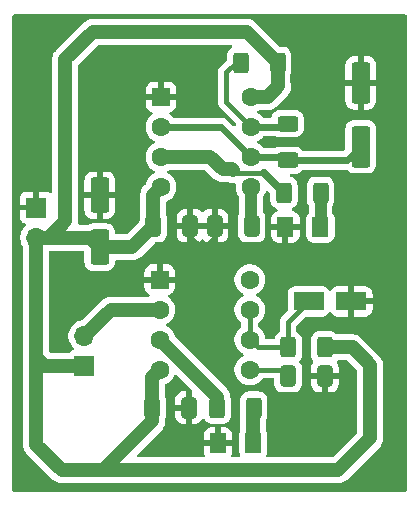
<source format=gbr>
%TF.GenerationSoftware,KiCad,Pcbnew,9.0.5*%
%TF.CreationDate,2025-11-22T01:39:54+01:00*%
%TF.ProjectId,AstableMonostable_NE555,41737461-626c-4654-9d6f-6e6f73746162,rev?*%
%TF.SameCoordinates,PX57a4860PY69925e0*%
%TF.FileFunction,Copper,L1,Top*%
%TF.FilePolarity,Positive*%
%FSLAX46Y46*%
G04 Gerber Fmt 4.6, Leading zero omitted, Abs format (unit mm)*
G04 Created by KiCad (PCBNEW 9.0.5) date 2025-11-22 01:39:54*
%MOMM*%
%LPD*%
G01*
G04 APERTURE LIST*
G04 Aperture macros list*
%AMRoundRect*
0 Rectangle with rounded corners*
0 $1 Rounding radius*
0 $2 $3 $4 $5 $6 $7 $8 $9 X,Y pos of 4 corners*
0 Add a 4 corners polygon primitive as box body*
4,1,4,$2,$3,$4,$5,$6,$7,$8,$9,$2,$3,0*
0 Add four circle primitives for the rounded corners*
1,1,$1+$1,$2,$3*
1,1,$1+$1,$4,$5*
1,1,$1+$1,$6,$7*
1,1,$1+$1,$8,$9*
0 Add four rect primitives between the rounded corners*
20,1,$1+$1,$2,$3,$4,$5,0*
20,1,$1+$1,$4,$5,$6,$7,0*
20,1,$1+$1,$6,$7,$8,$9,0*
20,1,$1+$1,$8,$9,$2,$3,0*%
G04 Aperture macros list end*
%TA.AperFunction,SMDPad,CuDef*%
%ADD10RoundRect,0.250000X-0.400000X-0.625000X0.400000X-0.625000X0.400000X0.625000X-0.400000X0.625000X0*%
%TD*%
%TA.AperFunction,ComponentPad*%
%ADD11R,1.700000X1.700000*%
%TD*%
%TA.AperFunction,ComponentPad*%
%ADD12O,1.700000X1.700000*%
%TD*%
%TA.AperFunction,SMDPad,CuDef*%
%ADD13RoundRect,0.250000X-1.050000X-0.550000X1.050000X-0.550000X1.050000X0.550000X-1.050000X0.550000X0*%
%TD*%
%TA.AperFunction,ComponentPad*%
%ADD14RoundRect,0.250000X-0.550000X-0.550000X0.550000X-0.550000X0.550000X0.550000X-0.550000X0.550000X0*%
%TD*%
%TA.AperFunction,ComponentPad*%
%ADD15C,1.600000*%
%TD*%
%TA.AperFunction,SMDPad,CuDef*%
%ADD16RoundRect,0.250000X0.412500X0.650000X-0.412500X0.650000X-0.412500X-0.650000X0.412500X-0.650000X0*%
%TD*%
%TA.AperFunction,SMDPad,CuDef*%
%ADD17RoundRect,0.250000X-0.412500X-0.650000X0.412500X-0.650000X0.412500X0.650000X-0.412500X0.650000X0*%
%TD*%
%TA.AperFunction,SMDPad,CuDef*%
%ADD18RoundRect,0.250001X-0.462499X-0.624999X0.462499X-0.624999X0.462499X0.624999X-0.462499X0.624999X0*%
%TD*%
%TA.AperFunction,SMDPad,CuDef*%
%ADD19RoundRect,0.250000X0.550000X-1.250000X0.550000X1.250000X-0.550000X1.250000X-0.550000X-1.250000X0*%
%TD*%
%TA.AperFunction,SMDPad,CuDef*%
%ADD20RoundRect,0.250000X0.550000X-1.500000X0.550000X1.500000X-0.550000X1.500000X-0.550000X-1.500000X0*%
%TD*%
%TA.AperFunction,SMDPad,CuDef*%
%ADD21RoundRect,0.250000X0.625000X-0.400000X0.625000X0.400000X-0.625000X0.400000X-0.625000X-0.400000X0*%
%TD*%
%TA.AperFunction,ViaPad*%
%ADD22C,0.600000*%
%TD*%
%TA.AperFunction,Conductor*%
%ADD23C,1.200000*%
%TD*%
%TA.AperFunction,Conductor*%
%ADD24C,0.400000*%
%TD*%
%TA.AperFunction,Conductor*%
%ADD25C,1.000000*%
%TD*%
%TA.AperFunction,Conductor*%
%ADD26C,0.600000*%
%TD*%
%TA.AperFunction,Conductor*%
%ADD27C,0.700000*%
%TD*%
G04 APERTURE END LIST*
D10*
%TO.P,R5,1*%
%TO.N,Net-(U2-DIS)*%
X23850000Y12700000D03*
%TO.P,R5,2*%
%TO.N,+5V*%
X26950000Y12700000D03*
%TD*%
D11*
%TO.P,J2,1,Pin_1*%
%TO.N,+5V*%
X6600000Y11125000D03*
D12*
%TO.P,J2,2,Pin_2*%
%TO.N,Net-(J2-Pin_2)*%
X6600000Y13665000D03*
%TD*%
D13*
%TO.P,C6,1*%
%TO.N,Net-(U2-DIS)*%
X25600000Y16600000D03*
%TO.P,C6,2*%
%TO.N,GND*%
X29200000Y16600000D03*
%TD*%
D14*
%TO.P,U2,1,GND*%
%TO.N,GND*%
X12980000Y18440000D03*
D15*
%TO.P,U2,2,TR*%
%TO.N,Net-(J2-Pin_2)*%
X12980000Y15900000D03*
%TO.P,U2,3,Q*%
%TO.N,Net-(U2-Q)*%
X12980000Y13360000D03*
%TO.P,U2,4,R*%
%TO.N,+5V*%
X12980000Y10820000D03*
%TO.P,U2,5,CV*%
%TO.N,Net-(U2-CV)*%
X20600000Y10820000D03*
%TO.P,U2,6,THR*%
%TO.N,Net-(U2-DIS)*%
X20600000Y13360000D03*
%TO.P,U2,7,DIS*%
X20600000Y15900000D03*
%TO.P,U2,8,VCC*%
%TO.N,+5V*%
X20600000Y18440000D03*
%TD*%
D14*
%TO.P,U1,1,GND*%
%TO.N,GND*%
X13090000Y33910000D03*
D15*
%TO.P,U1,2,TR*%
%TO.N,Net-(U1-THR)*%
X13090000Y31370000D03*
%TO.P,U1,3,Q*%
%TO.N,Net-(U1-Q)*%
X13090000Y28830000D03*
%TO.P,U1,4,R*%
%TO.N,+5V*%
X13090000Y26290000D03*
%TO.P,U1,5,CV*%
%TO.N,Net-(U1-CV)*%
X20710000Y26290000D03*
%TO.P,U1,6,THR*%
%TO.N,Net-(U1-THR)*%
X20710000Y28830000D03*
%TO.P,U1,7,DIS*%
%TO.N,Net-(U1-DIS)*%
X20710000Y31370000D03*
%TO.P,U1,8,VCC*%
%TO.N,+5V*%
X20710000Y33910000D03*
%TD*%
D16*
%TO.P,C5,1*%
%TO.N,Net-(U1-CV)*%
X20762500Y23000000D03*
%TO.P,C5,2*%
%TO.N,GND*%
X17637500Y23000000D03*
%TD*%
D17*
%TO.P,C7,1*%
%TO.N,Net-(U2-CV)*%
X23837500Y10300000D03*
%TO.P,C7,2*%
%TO.N,GND*%
X26962500Y10300000D03*
%TD*%
D18*
%TO.P,D1,1,K*%
%TO.N,GND*%
X23612500Y22900000D03*
%TO.P,D1,2,A*%
%TO.N,Net-(D1-A)*%
X26587500Y22900000D03*
%TD*%
D10*
%TO.P,R4,1*%
%TO.N,Net-(U2-Q)*%
X17850000Y7600000D03*
%TO.P,R4,2*%
%TO.N,Net-(D2-A)*%
X20950000Y7600000D03*
%TD*%
D11*
%TO.P,J1,1,Pin_1*%
%TO.N,GND*%
X2525000Y24550000D03*
D12*
%TO.P,J1,2,Pin_2*%
%TO.N,+5V*%
X2525000Y22010000D03*
%TD*%
D10*
%TO.P,R3,1*%
%TO.N,Net-(U1-Q)*%
X23500000Y25800000D03*
%TO.P,R3,2*%
%TO.N,Net-(D1-A)*%
X26600000Y25800000D03*
%TD*%
D19*
%TO.P,C1,1*%
%TO.N,+5V*%
X7900000Y21200000D03*
%TO.P,C1,2*%
%TO.N,GND*%
X7900000Y25600000D03*
%TD*%
D18*
%TO.P,D2,1,K*%
%TO.N,GND*%
X17912500Y4600000D03*
%TO.P,D2,2,A*%
%TO.N,Net-(D2-A)*%
X20887500Y4600000D03*
%TD*%
D17*
%TO.P,C2,1*%
%TO.N,+5V*%
X12437500Y23000000D03*
%TO.P,C2,2*%
%TO.N,GND*%
X15562500Y23000000D03*
%TD*%
D20*
%TO.P,C4,1*%
%TO.N,Net-(U1-THR)*%
X30000000Y29700000D03*
%TO.P,C4,2*%
%TO.N,GND*%
X30000000Y35100000D03*
%TD*%
D21*
%TO.P,R2,1*%
%TO.N,Net-(U1-THR)*%
X23800000Y28550000D03*
%TO.P,R2,2*%
%TO.N,Net-(U1-DIS)*%
X23800000Y31650000D03*
%TD*%
D10*
%TO.P,R1,1*%
%TO.N,Net-(U1-DIS)*%
X19850000Y36800000D03*
%TO.P,R1,2*%
%TO.N,+5V*%
X22950000Y36800000D03*
%TD*%
D17*
%TO.P,C3,1*%
%TO.N,+5V*%
X12337500Y7600000D03*
%TO.P,C3,2*%
%TO.N,GND*%
X15462500Y7600000D03*
%TD*%
D22*
%TO.N,GND*%
X15500000Y4800000D03*
X27100000Y8400000D03*
X7900000Y28100000D03*
X30000000Y37800000D03*
X32550000Y16550000D03*
X16600000Y21000000D03*
%TD*%
D23*
%TO.N,Net-(D2-A)*%
X20887500Y7537500D02*
X20950000Y7600000D01*
X20887500Y4600000D02*
X20887500Y7537500D01*
D24*
%TO.N,Net-(U1-DIS)*%
X18600000Y33480000D02*
X20710000Y31370000D01*
X19400000Y36800000D02*
X18600000Y36000000D01*
X18600000Y36000000D02*
X18600000Y33480000D01*
X19850000Y36800000D02*
X19400000Y36800000D01*
D23*
%TO.N,+5V*%
X22950000Y34850000D02*
X22950000Y36800000D01*
X23000000Y34800000D02*
X22950000Y34850000D01*
X22110000Y33910000D02*
X23000000Y34800000D01*
X20710000Y33910000D02*
X22110000Y33910000D01*
X20350000Y39400000D02*
X22950000Y36800000D01*
X5000000Y37100000D02*
X7300000Y39400000D01*
X5000000Y23400000D02*
X5000000Y37100000D01*
X7300000Y39400000D02*
X20350000Y39400000D01*
X3610000Y22010000D02*
X5000000Y23400000D01*
X2525000Y22010000D02*
X3610000Y22010000D01*
D24*
%TO.N,Net-(U2-DIS)*%
X20600000Y13360000D02*
X20600000Y15900000D01*
X21260000Y12700000D02*
X20600000Y13360000D01*
X23850000Y12700000D02*
X21260000Y12700000D01*
D23*
%TO.N,Net-(J2-Pin_2)*%
X8835000Y15900000D02*
X6600000Y13665000D01*
X12980000Y15900000D02*
X8835000Y15900000D01*
%TO.N,+5V*%
X3300000Y11125000D02*
X6600000Y11125000D01*
X2525000Y11900000D02*
X3300000Y11125000D01*
X2525000Y11900000D02*
X2525000Y4475000D01*
D24*
%TO.N,Net-(U2-DIS)*%
X23850000Y12700000D02*
X23850000Y14850000D01*
X23850000Y14850000D02*
X25600000Y16600000D01*
D23*
%TO.N,+5V*%
X29300000Y12700000D02*
X26950000Y12700000D01*
X30800000Y5000000D02*
X30800000Y11200000D01*
X28100000Y2300000D02*
X30800000Y5000000D01*
X8200000Y2300000D02*
X28100000Y2300000D01*
X30800000Y11200000D02*
X29300000Y12700000D01*
D24*
%TO.N,GND*%
X15462500Y4837500D02*
X15500000Y4800000D01*
X15462500Y7600000D02*
X15462500Y4837500D01*
X15700000Y4600000D02*
X15500000Y4800000D01*
X17912500Y4600000D02*
X15700000Y4600000D01*
X26962500Y8537500D02*
X27100000Y8400000D01*
X26962500Y10300000D02*
X26962500Y8537500D01*
%TO.N,Net-(U2-CV)*%
X23317500Y10820000D02*
X23837500Y10300000D01*
X20600000Y10820000D02*
X23317500Y10820000D01*
%TO.N,GND*%
X7900000Y25600000D02*
X7900000Y28100000D01*
X32500000Y16600000D02*
X30100000Y16600000D01*
X32550000Y16550000D02*
X32500000Y16600000D01*
X30000000Y35100000D02*
X30000000Y37800000D01*
X17637500Y22037500D02*
X16600000Y21000000D01*
X17637500Y23000000D02*
X17637500Y22037500D01*
X15562500Y22037500D02*
X16600000Y21000000D01*
X15562500Y23000000D02*
X15562500Y22037500D01*
D23*
%TO.N,Net-(U1-Q)*%
X19100000Y27800000D02*
X19200000Y27700000D01*
X18300000Y27800000D02*
X19100000Y27800000D01*
X13090000Y28830000D02*
X17270000Y28830000D01*
X17270000Y28830000D02*
X18300000Y27800000D01*
%TO.N,Net-(U2-Q)*%
X17850000Y8490000D02*
X17850000Y7600000D01*
X12980000Y13360000D02*
X17850000Y8490000D01*
%TO.N,+5V*%
X12337500Y10177500D02*
X12980000Y10820000D01*
X12337500Y7600000D02*
X12337500Y10177500D01*
X12337500Y6437500D02*
X12337500Y7600000D01*
X8200000Y2300000D02*
X12337500Y6437500D01*
X4700000Y2300000D02*
X8200000Y2300000D01*
X2525000Y4475000D02*
X4700000Y2300000D01*
X2525000Y22010000D02*
X2525000Y11900000D01*
D25*
%TO.N,Net-(U1-CV)*%
X20710000Y26290000D02*
X20710000Y23052500D01*
D24*
X20710000Y23052500D02*
X20762500Y23000000D01*
D25*
%TO.N,Net-(D1-A)*%
X26600000Y22912500D02*
X26587500Y22900000D01*
X26600000Y25800000D02*
X26600000Y22912500D01*
D26*
%TO.N,Net-(U1-DIS)*%
X23520000Y31370000D02*
X23800000Y31650000D01*
X20710000Y31370000D02*
X23520000Y31370000D01*
%TO.N,Net-(U1-THR)*%
X28850000Y28550000D02*
X30000000Y29700000D01*
X23800000Y28550000D02*
X28850000Y28550000D01*
D24*
X23520000Y28830000D02*
X23800000Y28550000D01*
D26*
X20710000Y28830000D02*
X23520000Y28830000D01*
X13090000Y31370000D02*
X18170000Y31370000D01*
X18170000Y31370000D02*
X20710000Y28830000D01*
D23*
%TO.N,+5V*%
X7090000Y22010000D02*
X7900000Y21200000D01*
X12437500Y23000000D02*
X12437500Y25637500D01*
X12437500Y25637500D02*
X13090000Y26290000D01*
X10637500Y21200000D02*
X12437500Y23000000D01*
X7900000Y21200000D02*
X10637500Y21200000D01*
X2525000Y22010000D02*
X7090000Y22010000D01*
D27*
%TO.N,Net-(U1-Q)*%
X21809000Y27491000D02*
X23500000Y25800000D01*
D24*
X19409000Y27491000D02*
X21809000Y27491000D01*
X19100000Y27800000D02*
X19409000Y27491000D01*
%TD*%
%TA.AperFunction,Conductor*%
%TO.N,GND*%
G36*
X19067996Y38279815D02*
G01*
X19113751Y38227011D01*
X19123695Y38157853D01*
X19094670Y38094297D01*
X19066054Y38069961D01*
X18981342Y38017711D01*
X18857289Y37893658D01*
X18765187Y37744337D01*
X18765186Y37744334D01*
X18710001Y37577797D01*
X18710001Y37577796D01*
X18710000Y37577796D01*
X18699500Y37475017D01*
X18699500Y37141520D01*
X18679815Y37074481D01*
X18663181Y37053839D01*
X18055888Y36446547D01*
X18055887Y36446546D01*
X17979222Y36331808D01*
X17926421Y36204333D01*
X17926418Y36204321D01*
X17902301Y36083076D01*
X17899500Y36068995D01*
X17899500Y36068993D01*
X17899500Y33548994D01*
X17899500Y33411006D01*
X17899500Y33411004D01*
X17899499Y33411004D01*
X17926418Y33275678D01*
X17926421Y33275668D01*
X17979222Y33148193D01*
X18055887Y33033455D01*
X18055888Y33033454D01*
X19393194Y31696149D01*
X19395815Y31691348D01*
X19400376Y31688324D01*
X19412381Y31661010D01*
X19426679Y31634826D01*
X19426872Y31628041D01*
X19428490Y31624361D01*
X19427986Y31589070D01*
X19418888Y31531627D01*
X19388959Y31468492D01*
X19329648Y31431561D01*
X19259785Y31432559D01*
X19208734Y31463344D01*
X18680292Y31991787D01*
X18680288Y31991790D01*
X18549185Y32079391D01*
X18549172Y32079398D01*
X18403501Y32139736D01*
X18403489Y32139739D01*
X18248845Y32170500D01*
X18248842Y32170500D01*
X14179033Y32170500D01*
X14111994Y32190185D01*
X14084748Y32213962D01*
X14081964Y32217221D01*
X13937217Y32361968D01*
X13937212Y32361972D01*
X13843051Y32430384D01*
X13800385Y32485714D01*
X13794406Y32555327D01*
X13827012Y32617122D01*
X13876933Y32648408D01*
X13959117Y32675641D01*
X13959124Y32675644D01*
X14108345Y32767685D01*
X14232315Y32891655D01*
X14324356Y33040876D01*
X14324358Y33040881D01*
X14379505Y33207303D01*
X14379506Y33207310D01*
X14389999Y33310014D01*
X14390000Y33310027D01*
X14390000Y33660000D01*
X13405686Y33660000D01*
X13410080Y33664394D01*
X13462741Y33755606D01*
X13490000Y33857339D01*
X13490000Y33962661D01*
X13462741Y34064394D01*
X13410080Y34155606D01*
X13405686Y34160000D01*
X14389999Y34160000D01*
X14389999Y34509972D01*
X14389998Y34509987D01*
X14379505Y34612698D01*
X14324358Y34779120D01*
X14324356Y34779125D01*
X14232315Y34928346D01*
X14108345Y35052316D01*
X13959124Y35144357D01*
X13959119Y35144359D01*
X13792697Y35199506D01*
X13792690Y35199507D01*
X13689986Y35210000D01*
X13340000Y35210000D01*
X13340000Y34225686D01*
X13335606Y34230080D01*
X13244394Y34282741D01*
X13142661Y34310000D01*
X13037339Y34310000D01*
X12935606Y34282741D01*
X12844394Y34230080D01*
X12840000Y34225686D01*
X12840000Y35210000D01*
X12490028Y35210000D01*
X12490012Y35209999D01*
X12387302Y35199506D01*
X12220880Y35144359D01*
X12220875Y35144357D01*
X12071654Y35052316D01*
X11947684Y34928346D01*
X11855643Y34779125D01*
X11855641Y34779120D01*
X11800494Y34612698D01*
X11800493Y34612691D01*
X11790000Y34509987D01*
X11790000Y34160000D01*
X12774314Y34160000D01*
X12769920Y34155606D01*
X12717259Y34064394D01*
X12690000Y33962661D01*
X12690000Y33857339D01*
X12717259Y33755606D01*
X12769920Y33664394D01*
X12774314Y33660000D01*
X11790001Y33660000D01*
X11790001Y33310014D01*
X11800494Y33207303D01*
X11855641Y33040881D01*
X11855643Y33040876D01*
X11947684Y32891655D01*
X12071654Y32767685D01*
X12220875Y32675644D01*
X12220882Y32675641D01*
X12303067Y32648408D01*
X12360512Y32608636D01*
X12387336Y32544120D01*
X12375021Y32475344D01*
X12336949Y32430384D01*
X12242787Y32361972D01*
X12242782Y32361968D01*
X12098028Y32217214D01*
X11977715Y32051614D01*
X11884781Y31869224D01*
X11821522Y31674535D01*
X11789500Y31472352D01*
X11789500Y31267649D01*
X11821522Y31065466D01*
X11884781Y30870777D01*
X11977715Y30688387D01*
X12098028Y30522787D01*
X12242786Y30378029D01*
X12397749Y30265444D01*
X12408390Y30257713D01*
X12499840Y30211117D01*
X12501080Y30210485D01*
X12551876Y30162510D01*
X12568671Y30094689D01*
X12546134Y30028554D01*
X12501080Y29989515D01*
X12408386Y29942285D01*
X12242786Y29821972D01*
X12098028Y29677214D01*
X11977715Y29511614D01*
X11884781Y29329224D01*
X11821522Y29134535D01*
X11789500Y28932352D01*
X11789500Y28727649D01*
X11821522Y28525466D01*
X11884781Y28330777D01*
X11948691Y28205347D01*
X11976897Y28149991D01*
X11977715Y28148387D01*
X12098028Y27982787D01*
X12242786Y27838029D01*
X12381400Y27737322D01*
X12408390Y27717713D01*
X12479768Y27681344D01*
X12501080Y27670485D01*
X12551876Y27622510D01*
X12568671Y27554689D01*
X12546134Y27488554D01*
X12501080Y27449515D01*
X12408386Y27402285D01*
X12242786Y27281972D01*
X12098028Y27137214D01*
X11977715Y26971614D01*
X11884781Y26789222D01*
X11822700Y26598157D01*
X11815713Y26586756D01*
X11813602Y26577049D01*
X11792451Y26548794D01*
X11720572Y26476914D01*
X11598085Y26354427D01*
X11496268Y26214289D01*
X11417628Y26059948D01*
X11364097Y25895198D01*
X11337000Y25724111D01*
X11337000Y23979730D01*
X11330706Y23940727D01*
X11285002Y23802801D01*
X11285000Y23802791D01*
X11274500Y23700017D01*
X11274500Y23444705D01*
X11254815Y23377666D01*
X11238181Y23357024D01*
X10217977Y22336819D01*
X10156654Y22303334D01*
X10130296Y22300500D01*
X9324499Y22300500D01*
X9257460Y22320185D01*
X9211705Y22372989D01*
X9200499Y22424500D01*
X9200499Y22500002D01*
X9200498Y22500019D01*
X9189999Y22602797D01*
X9189998Y22602800D01*
X9174357Y22650000D01*
X9134814Y22769334D01*
X9042712Y22918656D01*
X8918656Y23042712D01*
X8769334Y23134814D01*
X8602797Y23189999D01*
X8602795Y23190000D01*
X8500010Y23200500D01*
X7299998Y23200500D01*
X7299981Y23200499D01*
X7197203Y23190000D01*
X7197200Y23189999D01*
X7076494Y23150000D01*
X7030666Y23134814D01*
X7021174Y23128960D01*
X6956081Y23110500D01*
X6213551Y23110500D01*
X6146512Y23130185D01*
X6100757Y23182989D01*
X6090813Y23252147D01*
X6091077Y23253897D01*
X6100500Y23313389D01*
X6100500Y23486611D01*
X6100500Y24300014D01*
X6600001Y24300014D01*
X6610494Y24197303D01*
X6665641Y24030881D01*
X6665643Y24030876D01*
X6757684Y23881655D01*
X6881654Y23757685D01*
X7030875Y23665644D01*
X7030880Y23665642D01*
X7197302Y23610495D01*
X7197309Y23610494D01*
X7300019Y23600001D01*
X7649999Y23600001D01*
X8150000Y23600001D01*
X8499972Y23600001D01*
X8499986Y23600002D01*
X8602697Y23610495D01*
X8769119Y23665642D01*
X8769124Y23665644D01*
X8918345Y23757685D01*
X9042315Y23881655D01*
X9134356Y24030876D01*
X9134358Y24030881D01*
X9189505Y24197303D01*
X9189506Y24197310D01*
X9199999Y24300014D01*
X9200000Y24300027D01*
X9200000Y25350000D01*
X8150000Y25350000D01*
X8150000Y23600001D01*
X7649999Y23600001D01*
X7650000Y23600002D01*
X7650000Y25350000D01*
X6600001Y25350000D01*
X6600001Y24300014D01*
X6100500Y24300014D01*
X6100500Y26899987D01*
X6600000Y26899987D01*
X6600000Y25850000D01*
X7650000Y25850000D01*
X8150000Y25850000D01*
X9199999Y25850000D01*
X9199999Y26899972D01*
X9199998Y26899987D01*
X9189505Y27002698D01*
X9134358Y27169120D01*
X9134356Y27169125D01*
X9042315Y27318346D01*
X8918345Y27442316D01*
X8769124Y27534357D01*
X8769119Y27534359D01*
X8602697Y27589506D01*
X8602690Y27589507D01*
X8499986Y27600000D01*
X8150000Y27600000D01*
X8150000Y25850000D01*
X7650000Y25850000D01*
X7650000Y27600000D01*
X7300028Y27600000D01*
X7300012Y27599999D01*
X7197302Y27589506D01*
X7030880Y27534359D01*
X7030875Y27534357D01*
X6881654Y27442316D01*
X6757684Y27318346D01*
X6665643Y27169125D01*
X6665641Y27169120D01*
X6610494Y27002698D01*
X6610493Y27002691D01*
X6600000Y26899987D01*
X6100500Y26899987D01*
X6100500Y36592796D01*
X6120185Y36659835D01*
X6136819Y36680477D01*
X7719523Y38263181D01*
X7780846Y38296666D01*
X7807204Y38299500D01*
X19000957Y38299500D01*
X19067996Y38279815D01*
G37*
%TD.AperFunction*%
%TA.AperFunction,Conductor*%
G36*
X33842539Y40879815D02*
G01*
X33888294Y40827011D01*
X33899500Y40775500D01*
X33899500Y624500D01*
X33879815Y557461D01*
X33827011Y511706D01*
X33775500Y500500D01*
X624500Y500500D01*
X557461Y520185D01*
X511706Y572989D01*
X500500Y624500D01*
X500500Y22116287D01*
X1174500Y22116287D01*
X1174500Y21903714D01*
X1197691Y21757288D01*
X1207754Y21693757D01*
X1262749Y21524500D01*
X1273444Y21491586D01*
X1369949Y21302183D01*
X1384296Y21282436D01*
X1400817Y21259697D01*
X1424298Y21193893D01*
X1424500Y21186812D01*
X1424500Y4388390D01*
X1441180Y4283072D01*
X1451598Y4217299D01*
X1505127Y4052555D01*
X1583768Y3898212D01*
X1685586Y3758072D01*
X3860585Y1583073D01*
X3860586Y1583072D01*
X3983072Y1460586D01*
X4123212Y1358768D01*
X4277555Y1280127D01*
X4442299Y1226598D01*
X4613389Y1199500D01*
X4613390Y1199500D01*
X28186610Y1199500D01*
X28186611Y1199500D01*
X28357701Y1226598D01*
X28522445Y1280127D01*
X28676788Y1358768D01*
X28816928Y1460586D01*
X31639415Y4283072D01*
X31698384Y4364238D01*
X31698386Y4364240D01*
X31741229Y4423208D01*
X31741228Y4423208D01*
X31741232Y4423212D01*
X31819873Y4577555D01*
X31873403Y4742299D01*
X31876672Y4762946D01*
X31900500Y4913385D01*
X31900500Y11286611D01*
X31873402Y11457699D01*
X31873402Y11457701D01*
X31859134Y11501614D01*
X31852997Y11520501D01*
X31819874Y11622444D01*
X31819873Y11622447D01*
X31751994Y11755666D01*
X31741232Y11776788D01*
X31639414Y11916928D01*
X30016928Y13539414D01*
X29876788Y13641232D01*
X29722445Y13719873D01*
X29557701Y13773402D01*
X29557699Y13773403D01*
X29557698Y13773403D01*
X29426271Y13794219D01*
X29386611Y13800500D01*
X29386610Y13800500D01*
X27987230Y13800500D01*
X27920191Y13820185D01*
X27899549Y13836819D01*
X27818657Y13917711D01*
X27818656Y13917712D01*
X27669334Y14009814D01*
X27502797Y14064999D01*
X27502795Y14065000D01*
X27400010Y14075500D01*
X26499998Y14075500D01*
X26499980Y14075499D01*
X26397203Y14065000D01*
X26397200Y14064999D01*
X26230668Y14009815D01*
X26230663Y14009813D01*
X26081342Y13917711D01*
X25957289Y13793658D01*
X25865187Y13644337D01*
X25865186Y13644334D01*
X25810001Y13477797D01*
X25810001Y13477796D01*
X25810000Y13477796D01*
X25799500Y13375017D01*
X25799500Y12024999D01*
X25799501Y12024982D01*
X25810000Y11922204D01*
X25810001Y11922201D01*
X25858187Y11776788D01*
X25865186Y11755666D01*
X25947357Y11622444D01*
X25957289Y11606343D01*
X25963804Y11599828D01*
X25997289Y11538505D01*
X25992305Y11468813D01*
X25963808Y11424470D01*
X25957685Y11418347D01*
X25957684Y11418347D01*
X25865643Y11269125D01*
X25865641Y11269120D01*
X25810494Y11102698D01*
X25810493Y11102691D01*
X25800000Y10999987D01*
X25800000Y10550000D01*
X28124999Y10550000D01*
X28124999Y10999972D01*
X28124998Y10999987D01*
X28114505Y11102698D01*
X28059358Y11269120D01*
X28059356Y11269125D01*
X27972215Y11410403D01*
X27953775Y11477796D01*
X27974698Y11544459D01*
X28028340Y11589229D01*
X28077754Y11599500D01*
X28792796Y11599500D01*
X28859835Y11579815D01*
X28880477Y11563181D01*
X29663181Y10780477D01*
X29696666Y10719154D01*
X29699500Y10692796D01*
X29699500Y5507205D01*
X29679815Y5440166D01*
X29663181Y5419524D01*
X27680477Y3436819D01*
X27619154Y3403334D01*
X27592796Y3400500D01*
X22099600Y3400500D01*
X22032561Y3420185D01*
X21986806Y3472989D01*
X21976862Y3542147D01*
X21994062Y3589598D01*
X22034814Y3655666D01*
X22089999Y3822203D01*
X22100500Y3924992D01*
X22100500Y5275008D01*
X22089999Y5377797D01*
X22034814Y5544334D01*
X22034810Y5544340D01*
X22034809Y5544343D01*
X22006462Y5590300D01*
X21988000Y5655397D01*
X21988000Y6544602D01*
X22006461Y6609699D01*
X22034814Y6655666D01*
X22089999Y6822203D01*
X22100500Y6924991D01*
X22100499Y8275008D01*
X22089999Y8377797D01*
X22034814Y8544334D01*
X21942712Y8693656D01*
X21818656Y8817712D01*
X21669334Y8909814D01*
X21502797Y8964999D01*
X21502795Y8965000D01*
X21400010Y8975500D01*
X20499998Y8975500D01*
X20499980Y8975499D01*
X20397203Y8965000D01*
X20397200Y8964999D01*
X20230668Y8909815D01*
X20230663Y8909813D01*
X20081342Y8817711D01*
X19957289Y8693658D01*
X19865187Y8544337D01*
X19865185Y8544332D01*
X19856131Y8517008D01*
X19810001Y8377797D01*
X19810001Y8377796D01*
X19810000Y8377796D01*
X19799500Y8275017D01*
X19799500Y7712793D01*
X19797973Y7693395D01*
X19787000Y7624116D01*
X19787000Y5655397D01*
X19768538Y5590300D01*
X19740190Y5544343D01*
X19740185Y5544332D01*
X19712349Y5460330D01*
X19685001Y5377797D01*
X19685001Y5377796D01*
X19685000Y5377796D01*
X19674500Y5275016D01*
X19674500Y3924985D01*
X19685000Y3822205D01*
X19685001Y3822203D01*
X19740186Y3655666D01*
X19771004Y3605703D01*
X19780938Y3589598D01*
X19799379Y3522205D01*
X19778457Y3455542D01*
X19724815Y3410772D01*
X19675400Y3400500D01*
X19124013Y3400500D01*
X19056974Y3420185D01*
X19011219Y3472989D01*
X19001275Y3542147D01*
X19018475Y3589597D01*
X19059353Y3655871D01*
X19059358Y3655882D01*
X19114505Y3822304D01*
X19114506Y3822311D01*
X19124999Y3925015D01*
X19125000Y3925028D01*
X19125000Y4350000D01*
X16700000Y4350000D01*
X16700000Y3925015D01*
X16710493Y3822311D01*
X16710494Y3822304D01*
X16765641Y3655882D01*
X16765646Y3655871D01*
X16806525Y3589597D01*
X16824966Y3522205D01*
X16804044Y3455541D01*
X16750402Y3410772D01*
X16700987Y3400500D01*
X11156204Y3400500D01*
X11089165Y3420185D01*
X11043410Y3472989D01*
X11033466Y3542147D01*
X11062491Y3605703D01*
X11068523Y3612181D01*
X12731329Y5274986D01*
X16700000Y5274986D01*
X16700000Y4850000D01*
X17662500Y4850000D01*
X18162500Y4850000D01*
X19125000Y4850000D01*
X19125000Y5274973D01*
X19124999Y5274986D01*
X19114506Y5377690D01*
X19114505Y5377697D01*
X19059358Y5544119D01*
X19059356Y5544124D01*
X18967315Y5693345D01*
X18843344Y5817316D01*
X18694123Y5909357D01*
X18694118Y5909359D01*
X18527696Y5964506D01*
X18527689Y5964507D01*
X18424985Y5975000D01*
X18162500Y5975000D01*
X18162500Y4850000D01*
X17662500Y4850000D01*
X17662500Y5975000D01*
X17400014Y5975000D01*
X17297310Y5964507D01*
X17297303Y5964506D01*
X17130881Y5909359D01*
X17130876Y5909357D01*
X16981655Y5817316D01*
X16857684Y5693345D01*
X16765643Y5544124D01*
X16765641Y5544119D01*
X16710494Y5377697D01*
X16710493Y5377690D01*
X16700000Y5274986D01*
X12731329Y5274986D01*
X12822159Y5365816D01*
X12963548Y5507205D01*
X13176915Y5720572D01*
X13247490Y5817711D01*
X13278732Y5860712D01*
X13357373Y6015055D01*
X13410903Y6179799D01*
X13428386Y6290186D01*
X13438000Y6350885D01*
X13438000Y6620272D01*
X13444294Y6659276D01*
X13489999Y6797203D01*
X13500500Y6899991D01*
X13500500Y6900014D01*
X14300001Y6900014D01*
X14310494Y6797303D01*
X14365641Y6630881D01*
X14365643Y6630876D01*
X14457684Y6481655D01*
X14581654Y6357685D01*
X14730875Y6265644D01*
X14730880Y6265642D01*
X14897302Y6210495D01*
X14897309Y6210494D01*
X15000019Y6200001D01*
X15212499Y6200001D01*
X15212500Y6200002D01*
X15212500Y7350000D01*
X14300001Y7350000D01*
X14300001Y6900014D01*
X13500500Y6900014D01*
X13500499Y7624111D01*
X13500499Y8299987D01*
X14300000Y8299987D01*
X14300000Y7850000D01*
X15212500Y7850000D01*
X15212500Y9000000D01*
X15000029Y9000000D01*
X15000012Y8999999D01*
X14897302Y8989506D01*
X14730880Y8934359D01*
X14730875Y8934357D01*
X14581654Y8842316D01*
X14457684Y8718346D01*
X14365643Y8569125D01*
X14365641Y8569120D01*
X14310494Y8402698D01*
X14310493Y8402691D01*
X14300000Y8299987D01*
X13500499Y8299987D01*
X13500499Y8300002D01*
X13500498Y8300019D01*
X13489999Y8402797D01*
X13489998Y8402800D01*
X13444294Y8540727D01*
X13438000Y8579731D01*
X13438000Y9517791D01*
X13457685Y9584830D01*
X13505703Y9628275D01*
X13661610Y9707713D01*
X13682770Y9723087D01*
X13827213Y9828029D01*
X13827215Y9828032D01*
X13827219Y9828034D01*
X13971966Y9972781D01*
X13971968Y9972785D01*
X13971971Y9972787D01*
X14041425Y10068384D01*
X14092287Y10138390D01*
X14185220Y10320781D01*
X14190782Y10337901D01*
X14230218Y10395576D01*
X14294577Y10422775D01*
X14363423Y10410861D01*
X14396394Y10387264D01*
X15676181Y9107477D01*
X15709666Y9046154D01*
X15712500Y9019796D01*
X15712500Y6200001D01*
X15924972Y6200001D01*
X15924986Y6200002D01*
X16027697Y6210495D01*
X16194119Y6265642D01*
X16194124Y6265644D01*
X16343345Y6357685D01*
X16467315Y6481655D01*
X16563149Y6637025D01*
X16565354Y6635665D01*
X16603495Y6679016D01*
X16670681Y6698193D01*
X16737570Y6678003D01*
X16775284Y6639294D01*
X16809215Y6584282D01*
X16857288Y6506344D01*
X16981344Y6382288D01*
X17130666Y6290186D01*
X17297203Y6235001D01*
X17399991Y6224500D01*
X18300008Y6224501D01*
X18300016Y6224502D01*
X18300019Y6224502D01*
X18356302Y6230252D01*
X18402797Y6235001D01*
X18569334Y6290186D01*
X18718656Y6382288D01*
X18842712Y6506344D01*
X18934814Y6655666D01*
X18989999Y6822203D01*
X19000500Y6924991D01*
X19000499Y8275008D01*
X18989999Y8377797D01*
X18981714Y8402800D01*
X18956794Y8478004D01*
X18950500Y8517008D01*
X18950500Y8576611D01*
X18931962Y8693656D01*
X18923402Y8747701D01*
X18869873Y8912445D01*
X18791232Y9066788D01*
X18689414Y9206928D01*
X18566928Y9329414D01*
X14277551Y13618791D01*
X14247301Y13668154D01*
X14236768Y13700569D01*
X14185220Y13859219D01*
X14092287Y14041610D01*
X14075293Y14065000D01*
X13971971Y14207214D01*
X13827213Y14351972D01*
X13661614Y14472285D01*
X13652837Y14476757D01*
X13568917Y14519517D01*
X13518123Y14567489D01*
X13501328Y14635310D01*
X13523865Y14701445D01*
X13568917Y14740484D01*
X13661610Y14787713D01*
X13731615Y14838574D01*
X13827213Y14908029D01*
X13827215Y14908032D01*
X13827219Y14908034D01*
X13971966Y15052781D01*
X13971968Y15052785D01*
X13971971Y15052787D01*
X14024732Y15125410D01*
X14092287Y15218390D01*
X14185220Y15400781D01*
X14248477Y15595466D01*
X14280500Y15797648D01*
X14280500Y16002352D01*
X14248477Y16204534D01*
X14185220Y16399219D01*
X14185218Y16399222D01*
X14185218Y16399224D01*
X14151503Y16465393D01*
X14092287Y16581610D01*
X14084556Y16592251D01*
X13971971Y16747214D01*
X13827217Y16891968D01*
X13827212Y16891972D01*
X13733051Y16960384D01*
X13690385Y17015714D01*
X13684406Y17085327D01*
X13717012Y17147122D01*
X13766933Y17178408D01*
X13849117Y17205641D01*
X13849124Y17205644D01*
X13998345Y17297685D01*
X14122315Y17421655D01*
X14214356Y17570876D01*
X14214358Y17570881D01*
X14269505Y17737303D01*
X14269506Y17737310D01*
X14279999Y17840014D01*
X14280000Y17840027D01*
X14280000Y18190000D01*
X13295686Y18190000D01*
X13300080Y18194394D01*
X13352741Y18285606D01*
X13380000Y18387339D01*
X13380000Y18492661D01*
X13366685Y18542352D01*
X19299500Y18542352D01*
X19299500Y18337649D01*
X19331522Y18135466D01*
X19394781Y17940777D01*
X19487715Y17758387D01*
X19608028Y17592787D01*
X19752786Y17448029D01*
X19907749Y17335444D01*
X19918390Y17327713D01*
X20009840Y17281117D01*
X20011080Y17280485D01*
X20061876Y17232510D01*
X20078671Y17164689D01*
X20056134Y17098554D01*
X20011080Y17059515D01*
X19918386Y17012285D01*
X19752786Y16891972D01*
X19608028Y16747214D01*
X19487715Y16581614D01*
X19394781Y16399224D01*
X19331522Y16204535D01*
X19299500Y16002352D01*
X19299500Y15797649D01*
X19331522Y15595466D01*
X19394781Y15400777D01*
X19487715Y15218387D01*
X19608028Y15052787D01*
X19752784Y14908031D01*
X19848385Y14838574D01*
X19851725Y14834243D01*
X19856703Y14831969D01*
X19872833Y14806870D01*
X19891051Y14783245D01*
X19892304Y14776572D01*
X19894477Y14773191D01*
X19899500Y14738256D01*
X19899500Y14521745D01*
X19879815Y14454706D01*
X19848385Y14421427D01*
X19752787Y14351972D01*
X19752782Y14351968D01*
X19608028Y14207214D01*
X19487715Y14041614D01*
X19394781Y13859224D01*
X19331522Y13664535D01*
X19299500Y13462352D01*
X19299500Y13257649D01*
X19331522Y13055466D01*
X19394781Y12860777D01*
X19487715Y12678387D01*
X19608028Y12512787D01*
X19752786Y12368029D01*
X19907749Y12255444D01*
X19918390Y12247713D01*
X20009840Y12201117D01*
X20011080Y12200485D01*
X20061876Y12152510D01*
X20078671Y12084689D01*
X20056134Y12018554D01*
X20011080Y11979515D01*
X19918386Y11932285D01*
X19752786Y11811972D01*
X19608028Y11667214D01*
X19487715Y11501614D01*
X19394781Y11319224D01*
X19331522Y11124535D01*
X19299500Y10922352D01*
X19299500Y10717649D01*
X19331522Y10515466D01*
X19394781Y10320777D01*
X19487715Y10138387D01*
X19608028Y9972787D01*
X19752786Y9828029D01*
X19907749Y9715444D01*
X19918390Y9707713D01*
X20034607Y9648497D01*
X20100776Y9614782D01*
X20100778Y9614782D01*
X20100781Y9614780D01*
X20146325Y9599982D01*
X20295465Y9551523D01*
X20396557Y9535512D01*
X20497648Y9519500D01*
X20497649Y9519500D01*
X20702351Y9519500D01*
X20702352Y9519500D01*
X20904534Y9551523D01*
X21099219Y9614780D01*
X21281610Y9707713D01*
X21374590Y9775268D01*
X21447213Y9828029D01*
X21447215Y9828032D01*
X21447219Y9828034D01*
X21591966Y9972781D01*
X21661425Y10068385D01*
X21716755Y10111051D01*
X21761744Y10119500D01*
X22550501Y10119500D01*
X22617540Y10099815D01*
X22663295Y10047011D01*
X22674501Y9995500D01*
X22674501Y9599982D01*
X22685000Y9497204D01*
X22685001Y9497201D01*
X22740115Y9330881D01*
X22740186Y9330666D01*
X22832288Y9181344D01*
X22956344Y9057288D01*
X23105666Y8965186D01*
X23272203Y8910001D01*
X23374991Y8899500D01*
X24300008Y8899501D01*
X24300016Y8899502D01*
X24300019Y8899502D01*
X24356302Y8905252D01*
X24402797Y8910001D01*
X24569334Y8965186D01*
X24718656Y9057288D01*
X24842712Y9181344D01*
X24934814Y9330666D01*
X24989999Y9497203D01*
X25000500Y9599991D01*
X25000500Y9600014D01*
X25800001Y9600014D01*
X25810494Y9497303D01*
X25865641Y9330881D01*
X25865643Y9330876D01*
X25957684Y9181655D01*
X26081654Y9057685D01*
X26230875Y8965644D01*
X26230880Y8965642D01*
X26397302Y8910495D01*
X26397309Y8910494D01*
X26500019Y8900001D01*
X26712499Y8900001D01*
X27212500Y8900001D01*
X27424972Y8900001D01*
X27424986Y8900002D01*
X27527697Y8910495D01*
X27694119Y8965642D01*
X27694124Y8965644D01*
X27843345Y9057685D01*
X27967315Y9181655D01*
X28059356Y9330876D01*
X28059358Y9330881D01*
X28114505Y9497303D01*
X28114506Y9497310D01*
X28124999Y9600014D01*
X28125000Y9600027D01*
X28125000Y10050000D01*
X27212500Y10050000D01*
X27212500Y8900001D01*
X26712499Y8900001D01*
X26712500Y8900002D01*
X26712500Y10050000D01*
X25800001Y10050000D01*
X25800001Y9600014D01*
X25000500Y9600014D01*
X25000499Y10320777D01*
X25000499Y11000002D01*
X25000498Y11000019D01*
X24989999Y11102797D01*
X24989998Y11102800D01*
X24982796Y11124535D01*
X24934814Y11269334D01*
X24842712Y11418656D01*
X24836549Y11424819D01*
X24803064Y11486142D01*
X24808048Y11555834D01*
X24836549Y11600181D01*
X24842712Y11606344D01*
X24934814Y11755666D01*
X24989999Y11922203D01*
X25000500Y12024991D01*
X25000499Y13375008D01*
X24989999Y13477797D01*
X24934814Y13644334D01*
X24842712Y13793656D01*
X24718656Y13917712D01*
X24609402Y13985100D01*
X24562679Y14037047D01*
X24550500Y14090638D01*
X24550500Y14508482D01*
X24570185Y14575521D01*
X24586815Y14596159D01*
X25253838Y15263183D01*
X25315161Y15296667D01*
X25341519Y15299501D01*
X26700002Y15299501D01*
X26700008Y15299501D01*
X26802797Y15310001D01*
X26969334Y15365186D01*
X27118656Y15457288D01*
X27242712Y15581344D01*
X27294755Y15665721D01*
X27346701Y15712444D01*
X27415664Y15723667D01*
X27479746Y15695824D01*
X27505831Y15665720D01*
X27557680Y15581660D01*
X27557683Y15581656D01*
X27681654Y15457685D01*
X27830875Y15365644D01*
X27830880Y15365642D01*
X27997302Y15310495D01*
X27997309Y15310494D01*
X28100019Y15300001D01*
X28949999Y15300001D01*
X29450000Y15300001D01*
X30299972Y15300001D01*
X30299986Y15300002D01*
X30402697Y15310495D01*
X30569119Y15365642D01*
X30569124Y15365644D01*
X30718345Y15457685D01*
X30842315Y15581655D01*
X30934356Y15730876D01*
X30934358Y15730881D01*
X30989505Y15897303D01*
X30989506Y15897310D01*
X30999999Y16000014D01*
X31000000Y16000027D01*
X31000000Y16350000D01*
X29450000Y16350000D01*
X29450000Y15300001D01*
X28949999Y15300001D01*
X28950000Y15300002D01*
X28950000Y16850000D01*
X29450000Y16850000D01*
X30999999Y16850000D01*
X30999999Y17199972D01*
X30999998Y17199987D01*
X30989505Y17302698D01*
X30934358Y17469120D01*
X30934356Y17469125D01*
X30842315Y17618346D01*
X30718345Y17742316D01*
X30569124Y17834357D01*
X30569119Y17834359D01*
X30402697Y17889506D01*
X30402690Y17889507D01*
X30299986Y17900000D01*
X29450000Y17900000D01*
X29450000Y16850000D01*
X28950000Y16850000D01*
X28950000Y17900000D01*
X28100028Y17900000D01*
X28100012Y17899999D01*
X27997302Y17889506D01*
X27830880Y17834359D01*
X27830875Y17834357D01*
X27681654Y17742316D01*
X27557682Y17618344D01*
X27505831Y17534280D01*
X27453883Y17487556D01*
X27384920Y17476335D01*
X27320838Y17504178D01*
X27294754Y17534282D01*
X27242712Y17618656D01*
X27118657Y17742711D01*
X27118656Y17742712D01*
X26969334Y17834814D01*
X26802797Y17889999D01*
X26802795Y17890000D01*
X26700010Y17900500D01*
X24499998Y17900500D01*
X24499981Y17900499D01*
X24397203Y17890000D01*
X24397200Y17889999D01*
X24230668Y17834815D01*
X24230663Y17834813D01*
X24081342Y17742711D01*
X23957289Y17618658D01*
X23865187Y17469337D01*
X23865185Y17469332D01*
X23865115Y17469120D01*
X23810001Y17302797D01*
X23810001Y17302796D01*
X23810000Y17302796D01*
X23799500Y17200017D01*
X23799500Y15999999D01*
X23799501Y15999982D01*
X23810000Y15897204D01*
X23811419Y15890578D01*
X23810214Y15890321D01*
X23812369Y15827447D01*
X23779946Y15770605D01*
X23305887Y15296546D01*
X23283595Y15263182D01*
X23253666Y15218390D01*
X23237483Y15194171D01*
X23229228Y15181816D01*
X23229223Y15181808D01*
X23176420Y15054329D01*
X23176418Y15054323D01*
X23149500Y14918996D01*
X23149500Y14090638D01*
X23129815Y14023599D01*
X23090598Y13985101D01*
X23084345Y13981243D01*
X22981342Y13917711D01*
X22857289Y13793658D01*
X22765187Y13644337D01*
X22765186Y13644334D01*
X22712551Y13485494D01*
X22672781Y13428051D01*
X22608265Y13401228D01*
X22594847Y13400500D01*
X22016202Y13400500D01*
X21949163Y13420185D01*
X21903408Y13472989D01*
X21893729Y13505102D01*
X21868477Y13664535D01*
X21805218Y13859224D01*
X21743047Y13981240D01*
X21712287Y14041610D01*
X21695293Y14065000D01*
X21591971Y14207214D01*
X21447217Y14351968D01*
X21447212Y14351972D01*
X21351615Y14421427D01*
X21348274Y14425759D01*
X21343297Y14428032D01*
X21327164Y14453135D01*
X21308949Y14476757D01*
X21307696Y14483429D01*
X21305523Y14486810D01*
X21300500Y14521745D01*
X21300500Y14738256D01*
X21320185Y14805295D01*
X21351615Y14838574D01*
X21447215Y14908031D01*
X21447215Y14908032D01*
X21447219Y14908034D01*
X21591966Y15052781D01*
X21591968Y15052785D01*
X21591971Y15052787D01*
X21644732Y15125410D01*
X21712287Y15218390D01*
X21805220Y15400781D01*
X21868477Y15595466D01*
X21900500Y15797648D01*
X21900500Y16002352D01*
X21868477Y16204534D01*
X21805220Y16399219D01*
X21805218Y16399222D01*
X21805218Y16399224D01*
X21771503Y16465393D01*
X21712287Y16581610D01*
X21704556Y16592251D01*
X21591971Y16747214D01*
X21447213Y16891972D01*
X21281614Y17012285D01*
X21274884Y17015714D01*
X21188917Y17059517D01*
X21138123Y17107489D01*
X21121328Y17175310D01*
X21143865Y17241445D01*
X21188917Y17280484D01*
X21281610Y17327713D01*
X21302770Y17343087D01*
X21447213Y17448029D01*
X21447215Y17448032D01*
X21447219Y17448034D01*
X21591966Y17592781D01*
X21591968Y17592785D01*
X21591971Y17592787D01*
X21644732Y17665410D01*
X21712287Y17758390D01*
X21805220Y17940781D01*
X21868477Y18135466D01*
X21900500Y18337648D01*
X21900500Y18542352D01*
X21892257Y18594394D01*
X21868477Y18744535D01*
X21805218Y18939224D01*
X21771503Y19005393D01*
X21712287Y19121610D01*
X21696966Y19142698D01*
X21591971Y19287214D01*
X21447213Y19431972D01*
X21281613Y19552285D01*
X21281612Y19552286D01*
X21281610Y19552287D01*
X21222675Y19582316D01*
X21099223Y19645219D01*
X20904534Y19708478D01*
X20729995Y19736122D01*
X20702352Y19740500D01*
X20497648Y19740500D01*
X20473329Y19736649D01*
X20295465Y19708478D01*
X20100776Y19645219D01*
X19918386Y19552285D01*
X19752786Y19431972D01*
X19608028Y19287214D01*
X19487715Y19121614D01*
X19394781Y18939224D01*
X19331522Y18744535D01*
X19299500Y18542352D01*
X13366685Y18542352D01*
X13352741Y18594394D01*
X13300080Y18685606D01*
X13295686Y18690000D01*
X14279999Y18690000D01*
X14279999Y19039972D01*
X14279998Y19039987D01*
X14269505Y19142698D01*
X14214358Y19309120D01*
X14214356Y19309125D01*
X14122315Y19458346D01*
X13998345Y19582316D01*
X13849124Y19674357D01*
X13849119Y19674359D01*
X13682697Y19729506D01*
X13682690Y19729507D01*
X13579986Y19740000D01*
X13230000Y19740000D01*
X13230000Y18755686D01*
X13225606Y18760080D01*
X13134394Y18812741D01*
X13032661Y18840000D01*
X12927339Y18840000D01*
X12825606Y18812741D01*
X12734394Y18760080D01*
X12730000Y18755686D01*
X12730000Y19740000D01*
X12380028Y19740000D01*
X12380012Y19739999D01*
X12277302Y19729506D01*
X12110880Y19674359D01*
X12110875Y19674357D01*
X11961654Y19582316D01*
X11837684Y19458346D01*
X11745643Y19309125D01*
X11745641Y19309120D01*
X11690494Y19142698D01*
X11690493Y19142691D01*
X11680000Y19039987D01*
X11680000Y18690000D01*
X12664314Y18690000D01*
X12659920Y18685606D01*
X12607259Y18594394D01*
X12580000Y18492661D01*
X12580000Y18387339D01*
X12607259Y18285606D01*
X12659920Y18194394D01*
X12664314Y18190000D01*
X11680001Y18190000D01*
X11680001Y17840014D01*
X11690494Y17737303D01*
X11745641Y17570881D01*
X11745643Y17570876D01*
X11837684Y17421655D01*
X11961654Y17297685D01*
X12071325Y17230039D01*
X12118049Y17178091D01*
X12129272Y17109128D01*
X12101428Y17045046D01*
X12043359Y17006190D01*
X12006228Y17000500D01*
X8921610Y17000500D01*
X8748389Y17000500D01*
X8662844Y16986951D01*
X8577298Y16973402D01*
X8412549Y16919872D01*
X8258211Y16841232D01*
X8178256Y16783141D01*
X8118072Y16739414D01*
X8118070Y16739412D01*
X8118069Y16739412D01*
X6403911Y15025255D01*
X6342588Y14991770D01*
X6335630Y14990463D01*
X6283759Y14982247D01*
X6081585Y14916556D01*
X5892179Y14820049D01*
X5720213Y14695110D01*
X5569890Y14544787D01*
X5444951Y14372821D01*
X5348444Y14183415D01*
X5282753Y13981240D01*
X5249500Y13771287D01*
X5249500Y13558714D01*
X5278594Y13375017D01*
X5282754Y13348757D01*
X5312357Y13257648D01*
X5348444Y13146586D01*
X5444951Y12957180D01*
X5569890Y12785214D01*
X5683430Y12671674D01*
X5716915Y12610351D01*
X5711931Y12540659D01*
X5670059Y12484726D01*
X5639083Y12467811D01*
X5507669Y12418797D01*
X5507664Y12418794D01*
X5392457Y12332549D01*
X5392451Y12332543D01*
X5349515Y12275188D01*
X5293581Y12233318D01*
X5250249Y12225500D01*
X3807204Y12225500D01*
X3777763Y12234145D01*
X3747777Y12240668D01*
X3742761Y12244423D01*
X3740165Y12245185D01*
X3719523Y12261819D01*
X3661819Y12319523D01*
X3628334Y12380846D01*
X3625500Y12407204D01*
X3625500Y20785500D01*
X3645185Y20852539D01*
X3697989Y20898294D01*
X3749500Y20909500D01*
X6475501Y20909500D01*
X6542540Y20889815D01*
X6588295Y20837011D01*
X6599501Y20785500D01*
X6599501Y19899982D01*
X6610000Y19797204D01*
X6610001Y19797201D01*
X6650708Y19674357D01*
X6665186Y19630666D01*
X6757288Y19481344D01*
X6881344Y19357288D01*
X7030666Y19265186D01*
X7197203Y19210001D01*
X7299991Y19199500D01*
X8500008Y19199501D01*
X8602797Y19210001D01*
X8769334Y19265186D01*
X8918656Y19357288D01*
X9042712Y19481344D01*
X9134814Y19630666D01*
X9189999Y19797203D01*
X9200500Y19899991D01*
X9200500Y19975500D01*
X9220185Y20042539D01*
X9272989Y20088294D01*
X9324500Y20099500D01*
X10724110Y20099500D01*
X10724111Y20099500D01*
X10895201Y20126598D01*
X11059945Y20180127D01*
X11214288Y20258768D01*
X11354428Y20360586D01*
X12557023Y21563183D01*
X12618346Y21596667D01*
X12644704Y21599501D01*
X12900002Y21599501D01*
X12900008Y21599501D01*
X13002797Y21610001D01*
X13169334Y21665186D01*
X13318656Y21757288D01*
X13442712Y21881344D01*
X13534814Y22030666D01*
X13589999Y22197203D01*
X13600500Y22299991D01*
X13600500Y22300014D01*
X14400001Y22300014D01*
X14410494Y22197303D01*
X14465641Y22030881D01*
X14465643Y22030876D01*
X14557684Y21881655D01*
X14681654Y21757685D01*
X14830875Y21665644D01*
X14830880Y21665642D01*
X14997302Y21610495D01*
X14997309Y21610494D01*
X15100019Y21600001D01*
X15312499Y21600001D01*
X15812500Y21600001D01*
X16024972Y21600001D01*
X16024986Y21600002D01*
X16127697Y21610495D01*
X16294119Y21665642D01*
X16294124Y21665644D01*
X16443345Y21757685D01*
X16512319Y21826658D01*
X16573642Y21860143D01*
X16643334Y21855159D01*
X16687681Y21826658D01*
X16756654Y21757685D01*
X16905875Y21665644D01*
X16905880Y21665642D01*
X17072302Y21610495D01*
X17072309Y21610494D01*
X17175019Y21600001D01*
X17387499Y21600001D01*
X17887500Y21600001D01*
X18099972Y21600001D01*
X18099986Y21600002D01*
X18202697Y21610495D01*
X18369119Y21665642D01*
X18369124Y21665644D01*
X18518345Y21757685D01*
X18642315Y21881655D01*
X18734356Y22030876D01*
X18734358Y22030881D01*
X18789505Y22197303D01*
X18789506Y22197310D01*
X18799999Y22300014D01*
X18800000Y22300027D01*
X18800000Y22750000D01*
X17887500Y22750000D01*
X17887500Y21600001D01*
X17387499Y21600001D01*
X17387500Y21600002D01*
X17387500Y22750000D01*
X15812500Y22750000D01*
X15812500Y21600001D01*
X15312499Y21600001D01*
X15312500Y21600002D01*
X15312500Y22750000D01*
X14400001Y22750000D01*
X14400001Y22300014D01*
X13600500Y22300014D01*
X13600499Y23003715D01*
X13600499Y23699987D01*
X14400000Y23699987D01*
X14400000Y23250000D01*
X15312500Y23250000D01*
X15812500Y23250000D01*
X17387500Y23250000D01*
X17887500Y23250000D01*
X18799999Y23250000D01*
X18799999Y23699972D01*
X18799998Y23699987D01*
X18789505Y23802698D01*
X18734358Y23969120D01*
X18734356Y23969125D01*
X18642315Y24118346D01*
X18518345Y24242316D01*
X18369124Y24334357D01*
X18369119Y24334359D01*
X18202697Y24389506D01*
X18202690Y24389507D01*
X18099986Y24400000D01*
X17887500Y24400000D01*
X17887500Y23250000D01*
X17387500Y23250000D01*
X17387500Y24400000D01*
X17175029Y24400000D01*
X17175012Y24399999D01*
X17072302Y24389506D01*
X16905880Y24334359D01*
X16905875Y24334357D01*
X16756654Y24242316D01*
X16687681Y24173342D01*
X16626358Y24139857D01*
X16556666Y24144841D01*
X16512319Y24173342D01*
X16443345Y24242316D01*
X16294124Y24334357D01*
X16294119Y24334359D01*
X16127697Y24389506D01*
X16127690Y24389507D01*
X16024986Y24400000D01*
X15812500Y24400000D01*
X15812500Y23250000D01*
X15312500Y23250000D01*
X15312500Y24400000D01*
X15100029Y24400000D01*
X15100012Y24399999D01*
X14997302Y24389506D01*
X14830880Y24334359D01*
X14830875Y24334357D01*
X14681654Y24242316D01*
X14557684Y24118346D01*
X14465643Y23969125D01*
X14465641Y23969120D01*
X14410494Y23802698D01*
X14410493Y23802691D01*
X14400000Y23699987D01*
X13600499Y23699987D01*
X13600499Y23700002D01*
X13600498Y23700019D01*
X13589999Y23802797D01*
X13589998Y23802800D01*
X13544294Y23940727D01*
X13538000Y23979731D01*
X13538000Y24982695D01*
X13557685Y25049734D01*
X13605705Y25093180D01*
X13611110Y25095935D01*
X13771610Y25177713D01*
X13864590Y25245268D01*
X13937213Y25298029D01*
X13937215Y25298032D01*
X13937219Y25298034D01*
X14081966Y25442781D01*
X14081968Y25442785D01*
X14081971Y25442787D01*
X14134732Y25515410D01*
X14202287Y25608390D01*
X14295220Y25790781D01*
X14358477Y25985466D01*
X14390500Y26187648D01*
X14390500Y26392352D01*
X14377407Y26475019D01*
X14358477Y26594535D01*
X14315567Y26726598D01*
X14295220Y26789219D01*
X14295218Y26789222D01*
X14295218Y26789224D01*
X14259782Y26858769D01*
X14202287Y26971610D01*
X14179706Y27002691D01*
X14081971Y27137214D01*
X13937213Y27281972D01*
X13771610Y27402288D01*
X13771608Y27402289D01*
X13678919Y27449517D01*
X13669765Y27458162D01*
X13658099Y27462897D01*
X13644845Y27481698D01*
X13628123Y27497491D01*
X13625096Y27509713D01*
X13617842Y27520003D01*
X13616856Y27542986D01*
X13611328Y27565312D01*
X13615389Y27577230D01*
X13614850Y27589809D01*
X13626446Y27609676D01*
X13633866Y27631447D01*
X13644568Y27640721D01*
X13650073Y27650151D01*
X13678914Y27670483D01*
X13768219Y27715986D01*
X13824512Y27729500D01*
X16762796Y27729500D01*
X16829835Y27709815D01*
X16850477Y27693181D01*
X17583072Y26960586D01*
X17723212Y26858768D01*
X17877555Y26780127D01*
X18042299Y26726598D01*
X18213389Y26699500D01*
X18386611Y26699500D01*
X18709762Y26699500D01*
X18766058Y26685984D01*
X18777554Y26680127D01*
X18942295Y26626599D01*
X18942296Y26626599D01*
X18942299Y26626598D01*
X19113389Y26599500D01*
X19113390Y26599500D01*
X19286607Y26599500D01*
X19286610Y26599500D01*
X19286612Y26599501D01*
X19287458Y26599567D01*
X19287777Y26599500D01*
X19291482Y26599500D01*
X19291482Y26598722D01*
X19355836Y26585208D01*
X19405596Y26536160D01*
X19420940Y26467995D01*
X19419668Y26456553D01*
X19409500Y26392353D01*
X19409500Y26187649D01*
X19441522Y25985466D01*
X19504781Y25790777D01*
X19552895Y25696350D01*
X19597713Y25608390D01*
X19685819Y25487123D01*
X19709298Y25421319D01*
X19709500Y25414239D01*
X19709500Y24076345D01*
X19691039Y24011249D01*
X19665189Y23969341D01*
X19665185Y23969332D01*
X19637349Y23885330D01*
X19610001Y23802797D01*
X19610001Y23802796D01*
X19610000Y23802796D01*
X19599500Y23700017D01*
X19599500Y22299999D01*
X19599501Y22299982D01*
X19610000Y22197204D01*
X19610001Y22197201D01*
X19636814Y22116287D01*
X19665186Y22030666D01*
X19757288Y21881344D01*
X19881344Y21757288D01*
X20030666Y21665186D01*
X20197203Y21610001D01*
X20299991Y21599500D01*
X21225008Y21599501D01*
X21225016Y21599502D01*
X21225019Y21599502D01*
X21281302Y21605252D01*
X21327797Y21610001D01*
X21494334Y21665186D01*
X21643656Y21757288D01*
X21767712Y21881344D01*
X21859814Y22030666D01*
X21914999Y22197203D01*
X21917840Y22225015D01*
X22400000Y22225015D01*
X22410493Y22122311D01*
X22410494Y22122304D01*
X22465641Y21955882D01*
X22465643Y21955877D01*
X22557684Y21806656D01*
X22681655Y21682685D01*
X22830876Y21590644D01*
X22830881Y21590642D01*
X22997303Y21535495D01*
X22997310Y21535494D01*
X23100014Y21525001D01*
X23100027Y21525000D01*
X23362500Y21525000D01*
X23862500Y21525000D01*
X24124973Y21525000D01*
X24124985Y21525001D01*
X24227689Y21535494D01*
X24227696Y21535495D01*
X24394118Y21590642D01*
X24394123Y21590644D01*
X24543344Y21682685D01*
X24667315Y21806656D01*
X24759356Y21955877D01*
X24759358Y21955882D01*
X24814505Y22122304D01*
X24814506Y22122311D01*
X24824999Y22225015D01*
X24825000Y22225028D01*
X24825000Y22650000D01*
X23862500Y22650000D01*
X23862500Y21525000D01*
X23362500Y21525000D01*
X23362500Y22650000D01*
X22400000Y22650000D01*
X22400000Y22225015D01*
X21917840Y22225015D01*
X21925500Y22299991D01*
X21925499Y23003715D01*
X21925499Y23700002D01*
X21925498Y23700019D01*
X21914999Y23802797D01*
X21914998Y23802800D01*
X21901306Y23844119D01*
X21859814Y23969334D01*
X21767712Y24118656D01*
X21746819Y24139549D01*
X21713334Y24200872D01*
X21710500Y24227230D01*
X21710500Y25414239D01*
X21730185Y25481278D01*
X21734165Y25487101D01*
X21822287Y25608390D01*
X21915220Y25790781D01*
X21948630Y25893608D01*
X21950182Y25895878D01*
X21950379Y25898623D01*
X21969790Y25924553D01*
X21988068Y25951283D01*
X21990602Y25952355D01*
X21992251Y25954556D01*
X22022585Y25965871D01*
X22052426Y25978481D01*
X22055137Y25978012D01*
X22057715Y25978973D01*
X22089359Y25972090D01*
X22121273Y25966566D01*
X22124122Y25964527D01*
X22125988Y25964121D01*
X22154239Y25942972D01*
X22197212Y25900000D01*
X22313181Y25784031D01*
X22346666Y25722708D01*
X22349500Y25696350D01*
X22349500Y25124999D01*
X22349501Y25124981D01*
X22360000Y25022204D01*
X22360001Y25022201D01*
X22383894Y24950099D01*
X22415186Y24855666D01*
X22507288Y24706344D01*
X22631344Y24582288D01*
X22780666Y24490186D01*
X22874302Y24459158D01*
X22931746Y24419387D01*
X22958569Y24354871D01*
X22946254Y24286095D01*
X22898711Y24234895D01*
X22874303Y24223748D01*
X22830885Y24209360D01*
X22830876Y24209357D01*
X22681655Y24117316D01*
X22557684Y23993345D01*
X22465643Y23844124D01*
X22465641Y23844119D01*
X22410494Y23677697D01*
X22410493Y23677690D01*
X22400000Y23574986D01*
X22400000Y23150000D01*
X24825000Y23150000D01*
X24825000Y23574977D01*
X24824999Y23574981D01*
X24824995Y23575016D01*
X25374500Y23575016D01*
X25374500Y22224985D01*
X25385000Y22122205D01*
X25385001Y22122203D01*
X25412593Y22038935D01*
X25440186Y21955665D01*
X25440187Y21955663D01*
X25532286Y21806349D01*
X25532289Y21806345D01*
X25656344Y21682290D01*
X25656348Y21682287D01*
X25805662Y21590188D01*
X25805664Y21590187D01*
X25805666Y21590186D01*
X25972203Y21535001D01*
X26074992Y21524500D01*
X26074997Y21524500D01*
X27100003Y21524500D01*
X27100008Y21524500D01*
X27202797Y21535001D01*
X27369334Y21590186D01*
X27518655Y21682289D01*
X27642711Y21806345D01*
X27734814Y21955666D01*
X27789999Y22122203D01*
X27800500Y22224992D01*
X27800500Y23575008D01*
X27789999Y23677797D01*
X27734814Y23844334D01*
X27657844Y23969120D01*
X27642713Y23993652D01*
X27642710Y23993656D01*
X27636819Y23999547D01*
X27603334Y24060870D01*
X27600500Y24087228D01*
X27600500Y24683805D01*
X27618960Y24748901D01*
X27684814Y24855666D01*
X27739999Y25022203D01*
X27750500Y25124991D01*
X27750499Y26475008D01*
X27739999Y26577797D01*
X27684814Y26744334D01*
X27592712Y26893656D01*
X27468656Y27017712D01*
X27319334Y27109814D01*
X27152797Y27164999D01*
X27152795Y27165000D01*
X27050010Y27175500D01*
X26149998Y27175500D01*
X26149980Y27175499D01*
X26047203Y27165000D01*
X26047200Y27164999D01*
X25880668Y27109815D01*
X25880663Y27109813D01*
X25731342Y27017711D01*
X25607289Y26893658D01*
X25515187Y26744337D01*
X25515186Y26744334D01*
X25460001Y26577797D01*
X25460001Y26577796D01*
X25460000Y26577796D01*
X25449500Y26475017D01*
X25449500Y25124999D01*
X25449501Y25124982D01*
X25460000Y25022204D01*
X25460001Y25022201D01*
X25483894Y24950099D01*
X25515186Y24855666D01*
X25581039Y24748901D01*
X25599500Y24683805D01*
X25599500Y24112228D01*
X25579815Y24045189D01*
X25563181Y24024547D01*
X25532289Y23993656D01*
X25532286Y23993652D01*
X25440187Y23844338D01*
X25440186Y23844336D01*
X25385001Y23677797D01*
X25385000Y23677796D01*
X25374500Y23575016D01*
X24824995Y23575016D01*
X24814506Y23677690D01*
X24814505Y23677697D01*
X24759358Y23844119D01*
X24759356Y23844124D01*
X24667315Y23993345D01*
X24543344Y24117316D01*
X24394123Y24209357D01*
X24394118Y24209359D01*
X24236166Y24261699D01*
X24178721Y24301472D01*
X24151898Y24365988D01*
X24164213Y24434763D01*
X24211756Y24485963D01*
X24216879Y24488673D01*
X24219329Y24490185D01*
X24219334Y24490186D01*
X24368656Y24582288D01*
X24492712Y24706344D01*
X24584814Y24855666D01*
X24639999Y25022203D01*
X24650500Y25124991D01*
X24650499Y26475008D01*
X24639999Y26577797D01*
X24584814Y26744334D01*
X24492712Y26893656D01*
X24368656Y27017712D01*
X24219334Y27109814D01*
X24074534Y27157796D01*
X24017091Y27197568D01*
X23990268Y27262083D01*
X24002583Y27330859D01*
X24050126Y27382059D01*
X24113539Y27399501D01*
X24475008Y27399501D01*
X24577797Y27410001D01*
X24744334Y27465186D01*
X24893656Y27557288D01*
X25017712Y27681344D01*
X25023420Y27690598D01*
X25075368Y27737322D01*
X25128958Y27749500D01*
X28771158Y27749500D01*
X28787769Y27749500D01*
X28854808Y27729815D01*
X28875450Y27713182D01*
X28981344Y27607288D01*
X29130666Y27515186D01*
X29297203Y27460001D01*
X29399991Y27449500D01*
X30600008Y27449501D01*
X30702797Y27460001D01*
X30869334Y27515186D01*
X31018656Y27607288D01*
X31142712Y27731344D01*
X31234814Y27880666D01*
X31289999Y28047203D01*
X31300500Y28149991D01*
X31300499Y31250008D01*
X31299312Y31261624D01*
X31289999Y31352797D01*
X31289998Y31352800D01*
X31250382Y31472352D01*
X31234814Y31519334D01*
X31142712Y31668656D01*
X31018656Y31792712D01*
X30869334Y31884814D01*
X30702797Y31939999D01*
X30702795Y31940000D01*
X30600010Y31950500D01*
X29399998Y31950500D01*
X29399981Y31950499D01*
X29297203Y31940000D01*
X29297200Y31939999D01*
X29130668Y31884815D01*
X29130663Y31884813D01*
X28981342Y31792711D01*
X28857289Y31668658D01*
X28765187Y31519337D01*
X28765185Y31519332D01*
X28746633Y31463344D01*
X28710001Y31352797D01*
X28710001Y31352796D01*
X28710000Y31352796D01*
X28699500Y31250017D01*
X28699500Y29582941D01*
X28690854Y29553498D01*
X28684332Y29523515D01*
X28680577Y29518500D01*
X28679815Y29515902D01*
X28663185Y29495265D01*
X28554739Y29386818D01*
X28493419Y29353334D01*
X28467060Y29350500D01*
X25128958Y29350500D01*
X25061919Y29370185D01*
X25023420Y29409402D01*
X25017712Y29418656D01*
X24893657Y29542711D01*
X24893656Y29542712D01*
X24744334Y29634814D01*
X24577797Y29689999D01*
X24577795Y29690000D01*
X24475010Y29700500D01*
X23124998Y29700500D01*
X23124981Y29700499D01*
X23022203Y29690000D01*
X23022200Y29689999D01*
X22894316Y29647622D01*
X22861640Y29636794D01*
X22822638Y29630500D01*
X21799033Y29630500D01*
X21731994Y29650185D01*
X21704748Y29673962D01*
X21701964Y29677221D01*
X21557213Y29821972D01*
X21391614Y29942285D01*
X21385006Y29945652D01*
X21298917Y29989517D01*
X21248123Y30037489D01*
X21231328Y30105310D01*
X21253865Y30171445D01*
X21298917Y30210484D01*
X21391610Y30257713D01*
X21412770Y30273087D01*
X21557213Y30378029D01*
X21557215Y30378032D01*
X21557219Y30378034D01*
X21701966Y30522781D01*
X21701972Y30522790D01*
X21704748Y30526038D01*
X21763258Y30564227D01*
X21799033Y30569500D01*
X22822638Y30569500D01*
X22861640Y30563207D01*
X23022203Y30510001D01*
X23124991Y30499500D01*
X24475008Y30499501D01*
X24577797Y30510001D01*
X24744334Y30565186D01*
X24893656Y30657288D01*
X25017712Y30781344D01*
X25109814Y30930666D01*
X25164999Y31097203D01*
X25175500Y31199991D01*
X25175499Y32100008D01*
X25171440Y32139739D01*
X25164999Y32202797D01*
X25164998Y32202800D01*
X25147536Y32255496D01*
X25109814Y32369334D01*
X25017712Y32518656D01*
X24893656Y32642712D01*
X24744334Y32734814D01*
X24577797Y32789999D01*
X24577795Y32790000D01*
X24475010Y32800500D01*
X23124998Y32800500D01*
X23124981Y32800499D01*
X23022203Y32790000D01*
X23022200Y32789999D01*
X22855668Y32734815D01*
X22855663Y32734813D01*
X22706342Y32642711D01*
X22582289Y32518658D01*
X22490187Y32369337D01*
X22490185Y32369332D01*
X22452464Y32255496D01*
X22412691Y32198051D01*
X22348175Y32171228D01*
X22334758Y32170500D01*
X21799033Y32170500D01*
X21731994Y32190185D01*
X21704748Y32213962D01*
X21701964Y32217221D01*
X21557213Y32361972D01*
X21391610Y32482288D01*
X21391608Y32482289D01*
X21298919Y32529517D01*
X21289765Y32538162D01*
X21278099Y32542897D01*
X21264845Y32561698D01*
X21248123Y32577491D01*
X21245096Y32589713D01*
X21237842Y32600003D01*
X21236856Y32622986D01*
X21231328Y32645312D01*
X21235389Y32657230D01*
X21234850Y32669809D01*
X21246446Y32689676D01*
X21253866Y32711447D01*
X21264568Y32720721D01*
X21270073Y32730151D01*
X21298914Y32750483D01*
X21388219Y32795986D01*
X21444512Y32809500D01*
X22196610Y32809500D01*
X22196611Y32809500D01*
X22367701Y32836598D01*
X22532445Y32890127D01*
X22686788Y32968768D01*
X22826928Y33070586D01*
X23306356Y33550014D01*
X28700001Y33550014D01*
X28710494Y33447303D01*
X28765641Y33280881D01*
X28765643Y33280876D01*
X28857684Y33131655D01*
X28981654Y33007685D01*
X29130875Y32915644D01*
X29130880Y32915642D01*
X29297302Y32860495D01*
X29297309Y32860494D01*
X29400019Y32850001D01*
X29749999Y32850001D01*
X30250000Y32850001D01*
X30599972Y32850001D01*
X30599986Y32850002D01*
X30702697Y32860495D01*
X30869119Y32915642D01*
X30869124Y32915644D01*
X31018345Y33007685D01*
X31142315Y33131655D01*
X31234356Y33280876D01*
X31234358Y33280881D01*
X31289505Y33447303D01*
X31289506Y33447310D01*
X31299999Y33550014D01*
X31300000Y33550027D01*
X31300000Y34850000D01*
X30250000Y34850000D01*
X30250000Y32850001D01*
X29749999Y32850001D01*
X29750000Y32850002D01*
X29750000Y34850000D01*
X28700001Y34850000D01*
X28700001Y33550014D01*
X23306356Y33550014D01*
X23839414Y34083072D01*
X23941232Y34223212D01*
X23998979Y34336547D01*
X24019873Y34377554D01*
X24073402Y34542299D01*
X24100500Y34713389D01*
X24100500Y34886610D01*
X24100500Y34886617D01*
X24100499Y34886618D01*
X24092883Y34934699D01*
X24073402Y35057701D01*
X24073401Y35057705D01*
X24073401Y35057706D01*
X24056569Y35109509D01*
X24050500Y35147827D01*
X24050500Y35882995D01*
X24056794Y35921999D01*
X24089999Y36022203D01*
X24100500Y36124991D01*
X24100499Y36649987D01*
X28700000Y36649987D01*
X28700000Y35350000D01*
X29750000Y35350000D01*
X30250000Y35350000D01*
X31299999Y35350000D01*
X31299999Y36649972D01*
X31299998Y36649987D01*
X31289505Y36752698D01*
X31234358Y36919120D01*
X31234356Y36919125D01*
X31142315Y37068346D01*
X31018345Y37192316D01*
X30869124Y37284357D01*
X30869119Y37284359D01*
X30702697Y37339506D01*
X30702690Y37339507D01*
X30599986Y37350000D01*
X30250000Y37350000D01*
X30250000Y35350000D01*
X29750000Y35350000D01*
X29750000Y37350000D01*
X29400028Y37350000D01*
X29400012Y37349999D01*
X29297302Y37339506D01*
X29130880Y37284359D01*
X29130875Y37284357D01*
X28981654Y37192316D01*
X28857684Y37068346D01*
X28765643Y36919125D01*
X28765641Y36919120D01*
X28710494Y36752698D01*
X28710493Y36752691D01*
X28700000Y36649987D01*
X24100499Y36649987D01*
X24100499Y36893797D01*
X24100499Y37475002D01*
X24100498Y37475019D01*
X24089999Y37577797D01*
X24089998Y37577800D01*
X24034814Y37744334D01*
X23942712Y37893656D01*
X23818656Y38017712D01*
X23669334Y38109814D01*
X23502797Y38164999D01*
X23502795Y38165000D01*
X23400016Y38175500D01*
X23400009Y38175500D01*
X23182204Y38175500D01*
X23115165Y38195185D01*
X23094523Y38211819D01*
X21066930Y40239412D01*
X21066928Y40239414D01*
X20926788Y40341232D01*
X20772445Y40419873D01*
X20607701Y40473402D01*
X20607699Y40473403D01*
X20607698Y40473403D01*
X20476271Y40494219D01*
X20436611Y40500500D01*
X7386611Y40500500D01*
X7213389Y40500500D01*
X7127844Y40486951D01*
X7042298Y40473402D01*
X6877549Y40419872D01*
X6723211Y40341232D01*
X6643256Y40283141D01*
X6583072Y40239414D01*
X6583070Y40239412D01*
X6583069Y40239412D01*
X4160588Y37816931D01*
X4160588Y37816930D01*
X4160586Y37816928D01*
X4116859Y37756744D01*
X4058768Y37676789D01*
X3980128Y37522448D01*
X3926597Y37357698D01*
X3899500Y37186611D01*
X3899500Y25879663D01*
X3879815Y25812624D01*
X3827011Y25766869D01*
X3757853Y25756925D01*
X3701189Y25780396D01*
X3617089Y25843353D01*
X3617086Y25843355D01*
X3482379Y25893597D01*
X3482372Y25893599D01*
X3422844Y25900000D01*
X2775000Y25900000D01*
X2775000Y24983012D01*
X2717993Y25015925D01*
X2590826Y25050000D01*
X2459174Y25050000D01*
X2332007Y25015925D01*
X2275000Y24983012D01*
X2275000Y25900000D01*
X1627155Y25900000D01*
X1567627Y25893599D01*
X1567620Y25893597D01*
X1432913Y25843355D01*
X1432906Y25843351D01*
X1317812Y25757191D01*
X1317809Y25757188D01*
X1231649Y25642094D01*
X1231645Y25642087D01*
X1181403Y25507380D01*
X1181401Y25507373D01*
X1175000Y25447845D01*
X1175000Y24800000D01*
X2091988Y24800000D01*
X2059075Y24742993D01*
X2025000Y24615826D01*
X2025000Y24484174D01*
X2059075Y24357007D01*
X2091988Y24300000D01*
X1175000Y24300000D01*
X1175000Y23652156D01*
X1181401Y23592628D01*
X1181403Y23592621D01*
X1231645Y23457914D01*
X1231649Y23457907D01*
X1317809Y23342813D01*
X1317812Y23342810D01*
X1432906Y23256650D01*
X1432913Y23256646D01*
X1564470Y23207578D01*
X1620404Y23165707D01*
X1644821Y23100242D01*
X1629969Y23031969D01*
X1608819Y23003715D01*
X1494889Y22889785D01*
X1369951Y22717821D01*
X1273444Y22528415D01*
X1207753Y22326240D01*
X1174500Y22116287D01*
X500500Y22116287D01*
X500500Y40775500D01*
X520185Y40842539D01*
X572989Y40888294D01*
X624500Y40899500D01*
X33775500Y40899500D01*
X33842539Y40879815D01*
G37*
%TD.AperFunction*%
%TD*%
M02*

</source>
